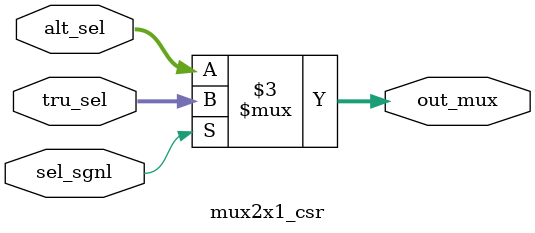
<source format=sv>
module mux2x1_csr (
    sel_sgnl,
    alt_sel, tru_sel,
    out_mux
);
    input sel_sgnl;
    input [31:0] alt_sel, tru_sel;
    output logic [31:0] out_mux;

    always_comb begin 
        if(sel_sgnl) begin
            out_mux <= tru_sel;
        end
        else begin 
            out_mux <= alt_sel;
        end
    end

endmodule
</source>
